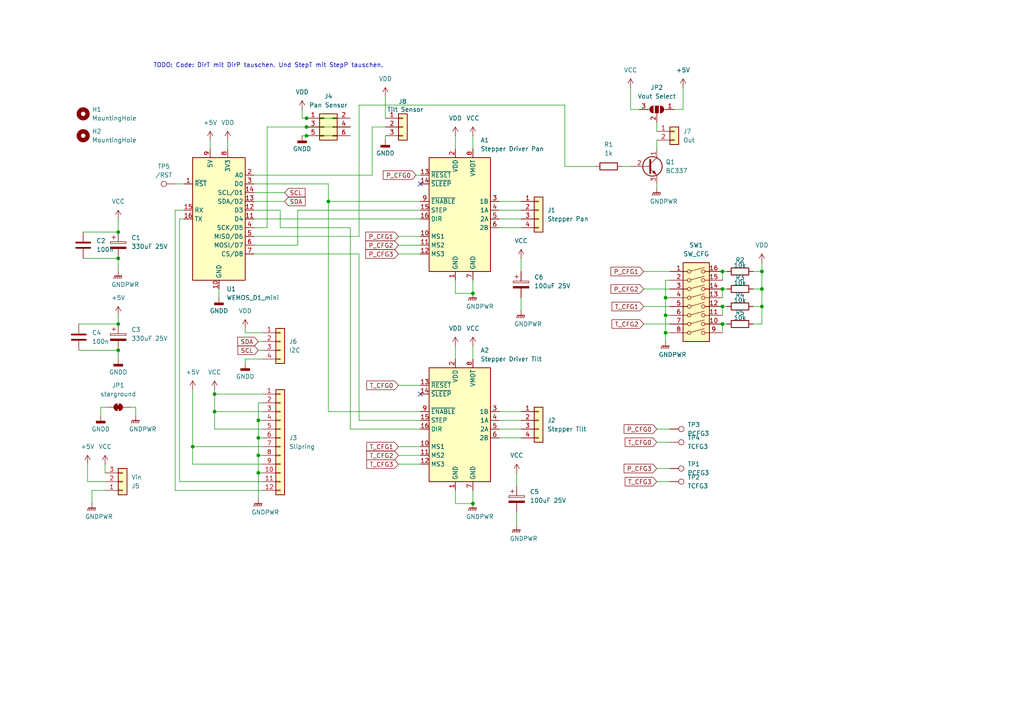
<source format=kicad_sch>
(kicad_sch (version 20231120) (generator "eeschema") (generator_version "8.0")
  (paper "A4")
  (lib_symbols
    (symbol "Connector:TestPoint" (pin_numbers hide) (pin_names (offset 0.762) hide)
      (property "Reference" "TP" (at 0 6.858 0))
      (property "Value" "TestPoint" (at 0 5.08 0))
      (symbol "TestPoint_0_1"
        (circle (center 0 3.302) (radius 0.762))
      )
      (symbol "TestPoint_1_1"
        (pin passive line (at 0 0 90) (length 2.54) (name "1") (number "1"))
      )
    )
    (symbol "Connector_Generic:Conn_01x02" (pin_names (offset 1.016) hide)
      (property "Reference" "J" (at 0 2.54 0))
      (property "Value" "Conn_01x02" (at 0 -5.08 0))
      (symbol "Conn_01x02_1_1"
        (rectangle (start -1.27 -2.413) (end 0 -2.667) (stroke (width 0.1524)))
        (rectangle (start -1.27 0.127) (end 0 -0.127) (stroke (width 0.1524)))
        (rectangle (start -1.27 1.27) (end 1.27 -3.81) (stroke (width 0.254)) (fill (type background)))
        (pin passive line (at -5.08 0 0) (length 3.81) (name "Pin_1") (number "1"))
        (pin passive line (at -5.08 -2.54 0) (length 3.81) (name "Pin_2") (number "2"))
      )
    )
    (symbol "Connector_Generic:Conn_01x03" (pin_names (offset 1.016) hide)
      (property "Reference" "J" (at 0 5.08 0))
      (property "Value" "Conn_01x03" (at 0 -5.08 0))
      (symbol "Conn_01x03_1_1"
        (rectangle (start -1.27 -2.413) (end 0 -2.667) (stroke (width 0.1524)))
        (rectangle (start -1.27 0.127) (end 0 -0.127) (stroke (width 0.1524)))
        (rectangle (start -1.27 2.667) (end 0 2.413) (stroke (width 0.1524)))
        (rectangle (start -1.27 3.81) (end 1.27 -3.81) (stroke (width 0.254)) (fill (type background)))
        (pin passive line (at -5.08 2.54 0) (length 3.81) (name "Pin_1") (number "1"))
        (pin passive line (at -5.08 0 0) (length 3.81) (name "Pin_2") (number "2"))
        (pin passive line (at -5.08 -2.54 0) (length 3.81) (name "Pin_3") (number "3"))
      )
    )
    (symbol "Connector_Generic:Conn_01x04" (pin_names (offset 1.016) hide)
      (property "Reference" "J" (at 0 5.08 0))
      (property "Value" "Conn_01x04" (at 0 -7.62 0))
      (symbol "Conn_01x04_1_1"
        (rectangle (start -1.27 -4.953) (end 0 -5.207) (stroke (width 0.1524)))
        (rectangle (start -1.27 -2.413) (end 0 -2.667) (stroke (width 0.1524)))
        (rectangle (start -1.27 0.127) (end 0 -0.127) (stroke (width 0.1524)))
        (rectangle (start -1.27 2.667) (end 0 2.413) (stroke (width 0.1524)))
        (rectangle (start -1.27 3.81) (end 1.27 -6.35) (stroke (width 0.254)) (fill (type background)))
        (pin passive line (at -5.08 2.54 0) (length 3.81) (name "Pin_1") (number "1"))
        (pin passive line (at -5.08 0 0) (length 3.81) (name "Pin_2") (number "2"))
        (pin passive line (at -5.08 -2.54 0) (length 3.81) (name "Pin_3") (number "3"))
        (pin passive line (at -5.08 -5.08 0) (length 3.81) (name "Pin_4") (number "4"))
      )
    )
    (symbol "Connector_Generic:Conn_01x12" (pin_names (offset 1.016) hide)
      (property "Reference" "J" (at 0 15.24 0))
      (property "Value" "Conn_01x12" (at 0 -17.78 0))
      (symbol "Conn_01x12_1_1"
        (rectangle (start -1.27 -15.113) (end 0 -15.367) (stroke (width 0.1524)))
        (rectangle (start -1.27 -12.573) (end 0 -12.827) (stroke (width 0.1524)))
        (rectangle (start -1.27 -10.033) (end 0 -10.287) (stroke (width 0.1524)))
        (rectangle (start -1.27 -7.493) (end 0 -7.747) (stroke (width 0.1524)))
        (rectangle (start -1.27 -4.953) (end 0 -5.207) (stroke (width 0.1524)))
        (rectangle (start -1.27 -2.413) (end 0 -2.667) (stroke (width 0.1524)))
        (rectangle (start -1.27 0.127) (end 0 -0.127) (stroke (width 0.1524)))
        (rectangle (start -1.27 2.667) (end 0 2.413) (stroke (width 0.1524)))
        (rectangle (start -1.27 5.207) (end 0 4.953) (stroke (width 0.1524)))
        (rectangle (start -1.27 7.747) (end 0 7.493) (stroke (width 0.1524)))
        (rectangle (start -1.27 10.287) (end 0 10.033) (stroke (width 0.1524)))
        (rectangle (start -1.27 12.827) (end 0 12.573) (stroke (width 0.1524)))
        (rectangle (start -1.27 13.97) (end 1.27 -16.51) (stroke (width 0.254)) (fill (type background)))
        (pin passive line (at -5.08 12.7 0) (length 3.81) (name "Pin_1") (number "1"))
        (pin passive line (at -5.08 -10.16 0) (length 3.81) (name "Pin_10") (number "10"))
        (pin passive line (at -5.08 -12.7 0) (length 3.81) (name "Pin_11") (number "11"))
        (pin passive line (at -5.08 -15.24 0) (length 3.81) (name "Pin_12") (number "12"))
        (pin passive line (at -5.08 10.16 0) (length 3.81) (name "Pin_2") (number "2"))
        (pin passive line (at -5.08 7.62 0) (length 3.81) (name "Pin_3") (number "3"))
        (pin passive line (at -5.08 5.08 0) (length 3.81) (name "Pin_4") (number "4"))
        (pin passive line (at -5.08 2.54 0) (length 3.81) (name "Pin_5") (number "5"))
        (pin passive line (at -5.08 0 0) (length 3.81) (name "Pin_6") (number "6"))
        (pin passive line (at -5.08 -2.54 0) (length 3.81) (name "Pin_7") (number "7"))
        (pin passive line (at -5.08 -5.08 0) (length 3.81) (name "Pin_8") (number "8"))
        (pin passive line (at -5.08 -7.62 0) (length 3.81) (name "Pin_9") (number "9"))
      )
    )
    (symbol "Connector_Generic:Conn_02x03_Odd_Even" (pin_names (offset 1.016) hide)
      (property "Reference" "J" (at 1.27 5.08 0))
      (property "Value" "Conn_02x03_Odd_Even" (at 1.27 -5.08 0))
      (symbol "Conn_02x03_Odd_Even_1_1"
        (rectangle (start -1.27 -2.413) (end 0 -2.667) (stroke (width 0.1524)))
        (rectangle (start -1.27 0.127) (end 0 -0.127) (stroke (width 0.1524)))
        (rectangle (start -1.27 2.667) (end 0 2.413) (stroke (width 0.1524)))
        (rectangle (start -1.27 3.81) (end 3.81 -3.81) (stroke (width 0.254)) (fill (type background)))
        (rectangle (start 3.81 -2.413) (end 2.54 -2.667) (stroke (width 0.1524)))
        (rectangle (start 3.81 0.127) (end 2.54 -0.127) (stroke (width 0.1524)))
        (rectangle (start 3.81 2.667) (end 2.54 2.413) (stroke (width 0.1524)))
        (pin passive line (at -5.08 2.54 0) (length 3.81) (name "Pin_1") (number "1"))
        (pin passive line (at 7.62 2.54 180) (length 3.81) (name "Pin_2") (number "2"))
        (pin passive line (at -5.08 0 0) (length 3.81) (name "Pin_3") (number "3"))
        (pin passive line (at 7.62 0 180) (length 3.81) (name "Pin_4") (number "4"))
        (pin passive line (at -5.08 -2.54 0) (length 3.81) (name "Pin_5") (number "5"))
        (pin passive line (at 7.62 -2.54 180) (length 3.81) (name "Pin_6") (number "6"))
      )
    )
    (symbol "Device:C" (pin_numbers hide) (pin_names (offset 0.254))
      (property "Reference" "C" (at 0.635 2.54 0))
      (property "Value" "C" (at 0.635 -2.54 0))
      (symbol "C_0_1"
        (polyline (pts (xy -2.032 -0.762) (xy 2.032 -0.762)) (stroke (width 0.508)))
        (polyline (pts (xy -2.032 0.762) (xy 2.032 0.762)) (stroke (width 0.508)))
      )
      (symbol "C_1_1"
        (pin passive line (at 0 3.81 270) (length 2.794) (name "~") (number "1"))
        (pin passive line (at 0 -3.81 90) (length 2.794) (name "~") (number "2"))
      )
    )
    (symbol "Device:C_Polarized" (pin_numbers hide) (pin_names (offset 0.254))
      (property "Reference" "C" (at 0.635 2.54 0))
      (property "Value" "C_Polarized" (at 0.635 -2.54 0))
      (symbol "C_Polarized_0_1"
        (rectangle (start -2.286 0.508) (end 2.286 1.016))
        (polyline (pts (xy -1.778 2.286) (xy -0.762 2.286)))
        (polyline (pts (xy -1.27 2.794) (xy -1.27 1.778)))
        (rectangle (start 2.286 -0.508) (end -2.286 -1.016) (fill (type outline)))
      )
      (symbol "C_Polarized_1_1"
        (pin passive line (at 0 3.81 270) (length 2.794) (name "~") (number "1"))
        (pin passive line (at 0 -3.81 90) (length 2.794) (name "~") (number "2"))
      )
    )
    (symbol "Device:R" (pin_numbers hide) (pin_names (offset 0))
      (property "Reference" "R" (at 2.032 0 90))
      (property "Value" "R" (at 0 0 90))
      (symbol "R_0_1"
        (rectangle (start -1.016 -2.54) (end 1.016 2.54) (stroke (width 0.254)))
      )
      (symbol "R_1_1"
        (pin passive line (at 0 3.81 270) (length 1.27) (name "~") (number "1"))
        (pin passive line (at 0 -3.81 90) (length 1.27) (name "~") (number "2"))
      )
    )
    (symbol "Driver_Motor:Pololu_Breakout_A4988"
      (property "Reference" "A" (at -2.54 19.05 0))
      (property "Value" "Pololu_Breakout_A4988" (at -2.54 16.51 0))
      (symbol "Pololu_Breakout_A4988_0_1"
        (rectangle (start 10.16 -17.78) (end -7.62 15.24) (stroke (width 0.254)) (fill (type background)))
      )
      (symbol "Pololu_Breakout_A4988_1_1"
        (pin power_in line (at 0 -20.32 90) (length 2.54) (name "GND") (number "1"))
        (pin input line (at -10.16 -7.62 0) (length 2.54) (name "MS1") (number "10"))
        (pin input line (at -10.16 -10.16 0) (length 2.54) (name "MS2") (number "11"))
        (pin input line (at -10.16 -12.7 0) (length 2.54) (name "MS3") (number "12"))
        (pin input line (at -10.16 10.16 0) (length 2.54) (name "~{RESET}") (number "13"))
        (pin input line (at -10.16 7.62 0) (length 2.54) (name "~{SLEEP}") (number "14"))
        (pin input line (at -10.16 0 0) (length 2.54) (name "STEP") (number "15"))
        (pin input line (at -10.16 -2.54 0) (length 2.54) (name "DIR") (number "16"))
        (pin power_in line (at 0 17.78 270) (length 2.54) (name "VDD") (number "2"))
        (pin output line (at 12.7 2.54 180) (length 2.54) (name "1B") (number "3"))
        (pin output line (at 12.7 0 180) (length 2.54) (name "1A") (number "4"))
        (pin output line (at 12.7 -2.54 180) (length 2.54) (name "2A") (number "5"))
        (pin output line (at 12.7 -5.08 180) (length 2.54) (name "2B") (number "6"))
        (pin power_in line (at 5.08 -20.32 90) (length 2.54) (name "GND") (number "7"))
        (pin power_in line (at 5.08 17.78 270) (length 2.54) (name "VMOT") (number "8"))
        (pin input line (at -10.16 2.54 0) (length 2.54) (name "~{ENABLE}") (number "9"))
      )
    )
    (symbol "Jumper:SolderJumper_2_Bridged" (pin_numbers hide) (pin_names (offset 0) hide) (exclude_from_sim yes) (in_bom no)
      (property "Reference" "JP" (at 0 2.032 0))
      (property "Value" "SolderJumper_2_Bridged" (at 0 -2.54 0))
      (symbol "SolderJumper_2_Bridged_0_1"
        (rectangle (start -0.508 0.508) (end 0.508 -0.508) (fill (type outline)))
        (arc (start -0.254 1.016) (mid -1.2656 0) (end -0.254 -1.016))
        (arc (start -0.254 1.016) (mid -1.2656 0) (end -0.254 -1.016) (fill (type outline)))
        (polyline (pts (xy -0.254 1.016) (xy -0.254 -1.016)))
        (polyline (pts (xy 0.254 1.016) (xy 0.254 -1.016)))
        (arc (start 0.254 -1.016) (mid 1.2656 0) (end 0.254 1.016))
        (arc (start 0.254 -1.016) (mid 1.2656 0) (end 0.254 1.016) (fill (type outline)))
      )
      (symbol "SolderJumper_2_Bridged_1_1"
        (pin passive line (at -3.81 0 0) (length 2.54) (name "A") (number "1"))
        (pin passive line (at 3.81 0 180) (length 2.54) (name "B") (number "2"))
      )
    )
    (symbol "Jumper:SolderJumper_3_Open" (pin_names (offset 0) hide) (exclude_from_sim yes) (in_bom no)
      (property "Reference" "JP" (at -2.54 -2.54 0))
      (property "Value" "SolderJumper_3_Open" (at 0 2.794 0))
      (symbol "SolderJumper_3_Open_0_1"
        (arc (start -1.016 1.016) (mid -2.0276 0) (end -1.016 -1.016))
        (arc (start -1.016 1.016) (mid -2.0276 0) (end -1.016 -1.016) (fill (type outline)))
        (rectangle (start -0.508 1.016) (end 0.508 -1.016) (fill (type outline)))
        (polyline (pts (xy -2.54 0) (xy -2.032 0)))
        (polyline (pts (xy -1.016 1.016) (xy -1.016 -1.016)))
        (polyline (pts (xy 0 -1.27) (xy 0 -1.016)))
        (polyline (pts (xy 1.016 1.016) (xy 1.016 -1.016)))
        (polyline (pts (xy 2.54 0) (xy 2.032 0)))
        (arc (start 1.016 -1.016) (mid 2.0276 0) (end 1.016 1.016))
        (arc (start 1.016 -1.016) (mid 2.0276 0) (end 1.016 1.016) (fill (type outline)))
      )
      (symbol "SolderJumper_3_Open_1_1"
        (pin passive line (at -5.08 0 0) (length 2.54) (name "A") (number "1"))
        (pin passive line (at 0 -3.81 90) (length 2.54) (name "C") (number "2"))
        (pin passive line (at 5.08 0 180) (length 2.54) (name "B") (number "3"))
      )
    )
    (symbol "Mechanical:MountingHole" (pin_names (offset 1.016)) (exclude_from_sim yes) (in_bom no)
      (property "Reference" "H" (at 0 5.08 0))
      (property "Value" "MountingHole" (at 0 3.175 0))
      (symbol "MountingHole_0_1"
        (circle (center 0 0) (radius 1.27) (stroke (width 1.27)))
      )
    )
    (symbol "RF_Module:WEMOS_D1_mini"
      (property "Reference" "U" (at 3.81 19.05 0))
      (property "Value" "WEMOS_D1_mini" (at 1.27 -19.05 0))
      (symbol "WEMOS_D1_mini_1_1"
        (rectangle (start -7.62 17.78) (end 7.62 -17.78) (stroke (width 0.254)) (fill (type background)))
        (pin input line (at -10.16 10.16 0) (length 2.54) (name "~{RST}") (number "1"))
        (pin power_in line (at 0 -20.32 90) (length 2.54) (name "GND") (number "10"))
        (pin bidirectional line (at 10.16 0 180) (length 2.54) (name "D4") (number "11"))
        (pin bidirectional line (at 10.16 2.54 180) (length 2.54) (name "D3") (number "12"))
        (pin bidirectional line (at 10.16 5.08 180) (length 2.54) (name "SDA/D2") (number "13"))
        (pin bidirectional line (at 10.16 7.62 180) (length 2.54) (name "SCL/D1") (number "14"))
        (pin input line (at -10.16 2.54 0) (length 2.54) (name "RX") (number "15"))
        (pin output line (at -10.16 0 0) (length 2.54) (name "TX") (number "16"))
        (pin input line (at 10.16 12.7 180) (length 2.54) (name "A0") (number "2"))
        (pin bidirectional line (at 10.16 10.16 180) (length 2.54) (name "D0") (number "3"))
        (pin bidirectional line (at 10.16 -2.54 180) (length 2.54) (name "SCK/D5") (number "4"))
        (pin bidirectional line (at 10.16 -5.08 180) (length 2.54) (name "MISO/D6") (number "5"))
        (pin bidirectional line (at 10.16 -7.62 180) (length 2.54) (name "MOSI/D7") (number "6"))
        (pin bidirectional line (at 10.16 -10.16 180) (length 2.54) (name "CS/D8") (number "7"))
        (pin power_out line (at 2.54 20.32 270) (length 2.54) (name "3V3") (number "8"))
        (pin power_in line (at -2.54 20.32 270) (length 2.54) (name "5V") (number "9"))
      )
    )
    (symbol "Switch:SW_DIP_x08" (pin_names (offset 0) hide)
      (property "Reference" "SW" (at 0 13.97 0))
      (property "Value" "SW_DIP_x08" (at 0 -11.43 0))
      (symbol "SW_DIP_x08_0_0"
        (circle (center -2.032 -7.62) (radius 0.508))
        (circle (center -2.032 -5.08) (radius 0.508))
        (circle (center -2.032 -2.54) (radius 0.508))
        (circle (center -2.032 0) (radius 0.508))
        (circle (center -2.032 2.54) (radius 0.508))
        (circle (center -2.032 5.08) (radius 0.508))
        (circle (center -2.032 7.62) (radius 0.508))
        (circle (center -2.032 10.16) (radius 0.508))
        (polyline (pts (xy -1.524 -7.4676) (xy 2.3622 -6.4262)))
        (polyline (pts (xy -1.524 -4.9276) (xy 2.3622 -3.8862)))
        (polyline (pts (xy -1.524 -2.3876) (xy 2.3622 -1.3462)))
        (polyline (pts (xy -1.524 0.127) (xy 2.3622 1.1684)))
        (polyline (pts (xy -1.524 2.667) (xy 2.3622 3.7084)))
        (polyline (pts (xy -1.524 5.207) (xy 2.3622 6.2484)))
        (polyline (pts (xy -1.524 7.747) (xy 2.3622 8.7884)))
        (polyline (pts (xy -1.524 10.287) (xy 2.3622 11.3284)))
        (circle (center 2.032 -7.62) (radius 0.508))
        (circle (center 2.032 -5.08) (radius 0.508))
        (circle (center 2.032 -2.54) (radius 0.508))
        (circle (center 2.032 0) (radius 0.508))
        (circle (center 2.032 2.54) (radius 0.508))
        (circle (center 2.032 5.08) (radius 0.508))
        (circle (center 2.032 7.62) (radius 0.508))
        (circle (center 2.032 10.16) (radius 0.508))
      )
      (symbol "SW_DIP_x08_0_1"
        (rectangle (start -3.81 12.7) (end 3.81 -10.16) (stroke (width 0.254)) (fill (type background)))
      )
      (symbol "SW_DIP_x08_1_1"
        (pin passive line (at -7.62 10.16 0) (length 5.08) (name "~") (number "1"))
        (pin passive line (at 7.62 -5.08 180) (length 5.08) (name "~") (number "10"))
        (pin passive line (at 7.62 -2.54 180) (length 5.08) (name "~") (number "11"))
        (pin passive line (at 7.62 0 180) (length 5.08) (name "~") (number "12"))
        (pin passive line (at 7.62 2.54 180) (length 5.08) (name "~") (number "13"))
        (pin passive line (at 7.62 5.08 180) (length 5.08) (name "~") (number "14"))
        (pin passive line (at 7.62 7.62 180) (length 5.08) (name "~") (number "15"))
        (pin passive line (at 7.62 10.16 180) (length 5.08) (name "~") (number "16"))
        (pin passive line (at -7.62 7.62 0) (length 5.08) (name "~") (number "2"))
        (pin passive line (at -7.62 5.08 0) (length 5.08) (name "~") (number "3"))
        (pin passive line (at -7.62 2.54 0) (length 5.08) (name "~") (number "4"))
        (pin passive line (at -7.62 0 0) (length 5.08) (name "~") (number "5"))
        (pin passive line (at -7.62 -2.54 0) (length 5.08) (name "~") (number "6"))
        (pin passive line (at -7.62 -5.08 0) (length 5.08) (name "~") (number "7"))
        (pin passive line (at -7.62 -7.62 0) (length 5.08) (name "~") (number "8"))
        (pin passive line (at 7.62 -7.62 180) (length 5.08) (name "~") (number "9"))
      )
    )
    (symbol "Transistor_BJT:BC337" (pin_names (offset 0) hide)
      (property "Reference" "Q" (at 5.08 1.905 0))
      (property "Value" "BC337" (at 5.08 0 0))
      (symbol "BC337_0_1"
        (polyline (pts (xy 0 0) (xy 0.635 0)))
        (polyline (pts (xy 0.635 0.635) (xy 2.54 2.54)))
        (polyline (pts (xy 0.635 -0.635) (xy 2.54 -2.54) (xy 2.54 -2.54)))
        (polyline (pts (xy 0.635 1.905) (xy 0.635 -1.905) (xy 0.635 -1.905)) (stroke (width 0.508)))
        (polyline (pts (xy 1.27 -1.778) (xy 1.778 -1.27) (xy 2.286 -2.286) (xy 1.27 -1.778) (xy 1.27 -1.778)) (fill (type outline)))
        (circle (center 1.27 0) (radius 2.8194) (stroke (width 0.254)))
      )
      (symbol "BC337_1_1"
        (pin passive line (at 2.54 5.08 270) (length 2.54) (name "C") (number "1"))
        (pin input line (at -5.08 0 0) (length 5.08) (name "B") (number "2"))
        (pin passive line (at 2.54 -5.08 90) (length 2.54) (name "E") (number "3"))
      )
    )
    (symbol "power:+5V" (power) (pin_numbers hide) (pin_names (offset 0) hide)
      (property "Value" "+5V" (at 0 3.556 0))
      (symbol "+5V_0_1"
        (polyline (pts (xy -0.762 1.27) (xy 0 2.54)))
        (polyline (pts (xy 0 0) (xy 0 2.54)))
        (polyline (pts (xy 0 2.54) (xy 0.762 1.27)))
      )
      (symbol "+5V_1_1"
        (pin power_in line (at 0 0 90) (length 0) (name "~") (number "1"))
      )
    )
    (symbol "power:GNDD" (power) (pin_numbers hide) (pin_names (offset 0) hide)
      (property "Value" "GNDD" (at 0 -3.175 0))
      (symbol "GNDD_0_1"
        (rectangle (start -1.27 -1.524) (end 1.27 -2.032) (stroke (width 0.254)) (fill (type outline)))
        (polyline (pts (xy 0 0) (xy 0 -1.524)))
      )
      (symbol "GNDD_1_1"
        (pin power_in line (at 0 0 270) (length 0) (name "~") (number "1"))
      )
    )
    (symbol "power:GNDPWR" (power) (pin_numbers hide) (pin_names (offset 0) hide)
      (property "Value" "GNDPWR" (at 0 -3.302 0))
      (symbol "GNDPWR_0_1"
        (polyline (pts (xy 0 -1.27) (xy 0 0)))
        (polyline (pts (xy -1.016 -1.27) (xy -1.27 -2.032) (xy -1.27 -2.032)) (stroke (width 0.2032)))
        (polyline (pts (xy -0.508 -1.27) (xy -0.762 -2.032) (xy -0.762 -2.032)) (stroke (width 0.2032)))
        (polyline (pts (xy 0 -1.27) (xy -0.254 -2.032) (xy -0.254 -2.032)) (stroke (width 0.2032)))
        (polyline (pts (xy 0.508 -1.27) (xy 0.254 -2.032) (xy 0.254 -2.032)) (stroke (width 0.2032)))
        (polyline (pts (xy 1.016 -1.27) (xy -1.016 -1.27) (xy -1.016 -1.27)) (stroke (width 0.2032)))
        (polyline (pts (xy 1.016 -1.27) (xy 0.762 -2.032) (xy 0.762 -2.032) (xy 0.762 -2.032)) (stroke (width 0.2032)))
      )
      (symbol "GNDPWR_1_1"
        (pin power_in line (at 0 0 270) (length 0) (name "~") (number "1"))
      )
    )
    (symbol "power:VCC" (power) (pin_numbers hide) (pin_names (offset 0) hide)
      (property "Value" "VCC" (at 0 3.556 0))
      (symbol "VCC_0_1"
        (polyline (pts (xy -0.762 1.27) (xy 0 2.54)))
        (polyline (pts (xy 0 0) (xy 0 2.54)))
        (polyline (pts (xy 0 2.54) (xy 0.762 1.27)))
      )
      (symbol "VCC_1_1"
        (pin power_in line (at 0 0 90) (length 0) (name "~") (number "1"))
      )
    )
    (symbol "power:VDD" (power) (pin_numbers hide) (pin_names (offset 0) hide)
      (property "Value" "VDD" (at 0 3.556 0))
      (symbol "VDD_0_1"
        (polyline (pts (xy -0.762 1.27) (xy 0 2.54)))
        (polyline (pts (xy 0 0) (xy 0 2.54)))
        (polyline (pts (xy 0 2.54) (xy 0.762 1.27)))
      )
      (symbol "VDD_1_1"
        (pin power_in line (at 0 0 90) (length 0) (name "~") (number "1"))
      )
    )
  )
  (junction (at 62.23 119.38))
  (junction (at 34.29 67.31))
  (junction (at 34.29 93.98))
  (junction (at 193.04 86.36))
  (junction (at 88.9 34.29))
  (junction (at 209.55 88.9))
  (junction (at 74.93 121.92))
  (junction (at 74.93 127))
  (junction (at 55.88 129.54))
  (junction (at 220.98 88.9))
  (junction (at 209.55 93.98))
  (junction (at 95.25 58.42))
  (junction (at 62.23 114.3))
  (junction (at 209.55 78.74))
  (junction (at 88.9 36.83))
  (junction (at 74.93 137.16))
  (junction (at 137.16 85.09))
  (junction (at 220.98 78.74))
  (junction (at 74.93 132.08))
  (junction (at 88.9 39.37))
  (junction (at 193.04 96.52))
  (junction (at 137.16 146.05))
  (junction (at 209.55 83.82))
  (junction (at 220.98 83.82))
  (junction (at 34.29 101.6))
  (junction (at 34.29 74.93))
  (junction (at 193.04 91.44))
  (no_connect (at 121.92 53.34))
  (no_connect (at 121.92 114.3))
  (wire (pts (xy 132.08 100.33) (xy 132.08 104.14)))
  (wire (pts (xy 62.23 113.03) (xy 62.23 114.3)))
  (wire (pts (xy 209.55 78.74) (xy 210.82 78.74)))
  (wire (pts (xy 115.57 111.76) (xy 121.92 111.76)))
  (wire (pts (xy 190.5 53.34) (xy 190.5 54.61)))
  (wire (pts (xy 74.93 116.84) (xy 74.93 121.92)))
  (wire (pts (xy 73.66 71.12) (xy 86.36 71.12)))
  (wire (pts (xy 121.92 60.96) (xy 86.36 60.96)))
  (wire (pts (xy 115.57 129.54) (xy 121.92 129.54)))
  (wire (pts (xy 144.78 119.38) (xy 151.13 119.38)))
  (wire (pts (xy 144.78 60.96) (xy 151.13 60.96)))
  (wire (pts (xy 190.5 35.56) (xy 190.5 38.1)))
  (wire (pts (xy 137.16 100.33) (xy 137.16 104.14)))
  (wire (pts (xy 77.47 66.04) (xy 77.47 36.83)))
  (wire (pts (xy 186.69 93.98) (xy 194.31 93.98)))
  (wire (pts (xy 73.66 73.66) (xy 104.14 73.66)))
  (wire (pts (xy 193.04 86.36) (xy 194.31 86.36)))
  (wire (pts (xy 132.08 81.28) (xy 132.08 85.09)))
  (wire (pts (xy 218.44 88.9) (xy 220.98 88.9)))
  (wire (pts (xy 29.21 118.11) (xy 30.48 118.11)))
  (wire (pts (xy 115.57 73.66) (xy 121.92 73.66)))
  (wire (pts (xy 74.93 137.16) (xy 76.2 137.16)))
  (wire (pts (xy 74.93 101.6) (xy 76.2 101.6)))
  (wire (pts (xy 104.14 30.48) (xy 104.14 68.58)))
  (wire (pts (xy 137.16 142.24) (xy 137.16 146.05)))
  (wire (pts (xy 24.13 74.93) (xy 34.29 74.93)))
  (wire (pts (xy 144.78 66.04) (xy 151.13 66.04)))
  (wire (pts (xy 76.2 96.52) (xy 71.12 96.52)))
  (wire (pts (xy 73.66 53.34) (xy 95.25 53.34)))
  (wire (pts (xy 209.55 93.98) (xy 210.82 93.98)))
  (wire (pts (xy 190.5 40.64) (xy 190.5 43.18)))
  (wire (pts (xy 144.78 127) (xy 151.13 127)))
  (wire (pts (xy 81.28 60.96) (xy 73.66 60.96)))
  (wire (pts (xy 74.93 132.08) (xy 76.2 132.08)))
  (wire (pts (xy 209.55 88.9) (xy 210.82 88.9)))
  (wire (pts (xy 52.07 63.5) (xy 52.07 139.7)))
  (wire (pts (xy 25.4 139.7) (xy 25.4 134.62)))
  (wire (pts (xy 88.9 39.37) (xy 101.6 39.37)))
  (wire (pts (xy 186.69 78.74) (xy 194.31 78.74)))
  (wire (pts (xy 209.55 93.98) (xy 209.55 96.52)))
  (wire (pts (xy 107.95 36.83) (xy 107.95 50.8)))
  (wire (pts (xy 76.2 116.84) (xy 74.93 116.84)))
  (wire (pts (xy 195.58 31.75) (xy 198.12 31.75)))
  (wire (pts (xy 62.23 114.3) (xy 76.2 114.3)))
  (wire (pts (xy 101.6 124.46) (xy 101.6 66.04)))
  (wire (pts (xy 104.14 68.58) (xy 73.66 68.58)))
  (wire (pts (xy 132.08 146.05) (xy 137.16 146.05)))
  (wire (pts (xy 137.16 81.28) (xy 137.16 85.09)))
  (wire (pts (xy 193.04 91.44) (xy 193.04 86.36)))
  (wire (pts (xy 95.25 58.42) (xy 121.92 58.42)))
  (wire (pts (xy 30.48 134.62) (xy 30.48 137.16)))
  (wire (pts (xy 193.04 99.06) (xy 193.04 96.52)))
  (wire (pts (xy 55.88 113.03) (xy 55.88 129.54)))
  (wire (pts (xy 218.44 83.82) (xy 220.98 83.82)))
  (wire (pts (xy 87.63 34.29) (xy 88.9 34.29)))
  (wire (pts (xy 34.29 91.44) (xy 34.29 93.98)))
  (wire (pts (xy 53.34 63.5) (xy 52.07 63.5)))
  (wire (pts (xy 144.78 121.92) (xy 151.13 121.92)))
  (wire (pts (xy 163.83 30.48) (xy 104.14 30.48)))
  (wire (pts (xy 209.55 78.74) (xy 209.55 81.28)))
  (wire (pts (xy 95.25 53.34) (xy 95.25 58.42)))
  (wire (pts (xy 50.8 53.34) (xy 53.34 53.34)))
  (wire (pts (xy 71.12 96.52) (xy 71.12 95.25)))
  (wire (pts (xy 74.93 132.08) (xy 74.93 137.16)))
  (wire (pts (xy 198.12 31.75) (xy 198.12 25.4)))
  (wire (pts (xy 76.2 104.14) (xy 71.12 104.14)))
  (wire (pts (xy 190.5 124.46) (xy 194.31 124.46)))
  (wire (pts (xy 87.63 31.75) (xy 87.63 34.29)))
  (wire (pts (xy 132.08 142.24) (xy 132.08 146.05)))
  (wire (pts (xy 115.57 71.12) (xy 121.92 71.12)))
  (wire (pts (xy 30.48 139.7) (xy 25.4 139.7)))
  (wire (pts (xy 39.37 118.11) (xy 39.37 120.65)))
  (wire (pts (xy 74.93 99.06) (xy 76.2 99.06)))
  (wire (pts (xy 111.76 39.37) (xy 111.76 40.64)))
  (wire (pts (xy 151.13 74.93) (xy 151.13 78.74)))
  (wire (pts (xy 55.88 129.54) (xy 76.2 129.54)))
  (wire (pts (xy 34.29 101.6) (xy 34.29 104.14)))
  (wire (pts (xy 86.36 71.12) (xy 86.36 60.96)))
  (wire (pts (xy 34.29 74.93) (xy 34.29 78.74)))
  (wire (pts (xy 132.08 39.37) (xy 132.08 43.18)))
  (wire (pts (xy 193.04 91.44) (xy 194.31 91.44)))
  (wire (pts (xy 76.2 124.46) (xy 62.23 124.46)))
  (wire (pts (xy 193.04 96.52) (xy 193.04 91.44)))
  (wire (pts (xy 121.92 124.46) (xy 101.6 124.46)))
  (wire (pts (xy 71.12 104.14) (xy 71.12 105.41)))
  (wire (pts (xy 55.88 134.62) (xy 76.2 134.62)))
  (wire (pts (xy 24.13 67.31) (xy 34.29 67.31)))
  (wire (pts (xy 172.72 48.26) (xy 163.83 48.26)))
  (wire (pts (xy 38.1 118.11) (xy 39.37 118.11)))
  (wire (pts (xy 137.16 39.37) (xy 137.16 43.18)))
  (wire (pts (xy 104.14 73.66) (xy 104.14 121.92)))
  (wire (pts (xy 29.21 120.65) (xy 29.21 118.11)))
  (wire (pts (xy 104.14 121.92) (xy 121.92 121.92)))
  (wire (pts (xy 87.63 39.37) (xy 88.9 39.37)))
  (wire (pts (xy 95.25 119.38) (xy 95.25 58.42)))
  (wire (pts (xy 220.98 76.2) (xy 220.98 78.74)))
  (wire (pts (xy 73.66 58.42) (xy 82.55 58.42)))
  (wire (pts (xy 151.13 86.36) (xy 151.13 90.17)))
  (wire (pts (xy 111.76 36.83) (xy 107.95 36.83)))
  (wire (pts (xy 209.55 83.82) (xy 210.82 83.82)))
  (wire (pts (xy 50.8 60.96) (xy 53.34 60.96)))
  (wire (pts (xy 209.55 88.9) (xy 209.55 91.44)))
  (wire (pts (xy 149.86 148.59) (xy 149.86 152.4)))
  (wire (pts (xy 220.98 78.74) (xy 220.98 83.82)))
  (wire (pts (xy 115.57 134.62) (xy 121.92 134.62)))
  (wire (pts (xy 186.69 83.82) (xy 194.31 83.82)))
  (wire (pts (xy 190.5 128.27) (xy 194.31 128.27)))
  (wire (pts (xy 163.83 48.26) (xy 163.83 30.48)))
  (wire (pts (xy 66.04 40.64) (xy 66.04 43.18)))
  (wire (pts (xy 30.48 142.24) (xy 26.67 142.24)))
  (wire (pts (xy 74.93 121.92) (xy 76.2 121.92)))
  (wire (pts (xy 88.9 36.83) (xy 101.6 36.83)))
  (wire (pts (xy 144.78 63.5) (xy 151.13 63.5)))
  (wire (pts (xy 81.28 66.04) (xy 81.28 60.96)))
  (wire (pts (xy 193.04 81.28) (xy 194.31 81.28)))
  (wire (pts (xy 95.25 119.38) (xy 121.92 119.38)))
  (wire (pts (xy 55.88 129.54) (xy 55.88 134.62)))
  (wire (pts (xy 52.07 139.7) (xy 76.2 139.7)))
  (wire (pts (xy 62.23 124.46) (xy 62.23 119.38)))
  (wire (pts (xy 120.65 50.8) (xy 121.92 50.8)))
  (wire (pts (xy 209.55 83.82) (xy 209.55 86.36)))
  (wire (pts (xy 63.5 83.82) (xy 63.5 86.36)))
  (wire (pts (xy 180.34 48.26) (xy 182.88 48.26)))
  (wire (pts (xy 182.88 31.75) (xy 185.42 31.75)))
  (wire (pts (xy 220.98 88.9) (xy 220.98 93.98)))
  (wire (pts (xy 74.93 137.16) (xy 74.93 144.78)))
  (wire (pts (xy 50.8 142.24) (xy 50.8 60.96)))
  (wire (pts (xy 73.66 55.88) (xy 82.55 55.88)))
  (wire (pts (xy 22.86 101.6) (xy 34.29 101.6)))
  (wire (pts (xy 74.93 127) (xy 74.93 132.08)))
  (wire (pts (xy 186.69 88.9) (xy 194.31 88.9)))
  (wire (pts (xy 62.23 119.38) (xy 62.23 114.3)))
  (wire (pts (xy 193.04 96.52) (xy 194.31 96.52)))
  (wire (pts (xy 34.29 63.5) (xy 34.29 67.31)))
  (wire (pts (xy 220.98 83.82) (xy 220.98 88.9)))
  (wire (pts (xy 77.47 36.83) (xy 88.9 36.83)))
  (wire (pts (xy 190.5 135.89) (xy 194.31 135.89)))
  (wire (pts (xy 115.57 68.58) (xy 121.92 68.58)))
  (wire (pts (xy 220.98 93.98) (xy 218.44 93.98)))
  (wire (pts (xy 149.86 137.16) (xy 149.86 140.97)))
  (wire (pts (xy 74.93 127) (xy 76.2 127)))
  (wire (pts (xy 73.66 50.8) (xy 107.95 50.8)))
  (wire (pts (xy 144.78 58.42) (xy 151.13 58.42)))
  (wire (pts (xy 88.9 34.29) (xy 101.6 34.29)))
  (wire (pts (xy 60.96 40.64) (xy 60.96 43.18)))
  (wire (pts (xy 62.23 119.38) (xy 76.2 119.38)))
  (wire (pts (xy 111.76 27.94) (xy 111.76 34.29)))
  (wire (pts (xy 76.2 142.24) (xy 50.8 142.24)))
  (wire (pts (xy 74.93 121.92) (xy 74.93 127)))
  (wire (pts (xy 190.5 139.7) (xy 194.31 139.7)))
  (wire (pts (xy 193.04 86.36) (xy 193.04 81.28)))
  (wire (pts (xy 73.66 63.5) (xy 121.92 63.5)))
  (wire (pts (xy 132.08 85.09) (xy 137.16 85.09)))
  (wire (pts (xy 22.86 93.98) (xy 34.29 93.98)))
  (wire (pts (xy 115.57 132.08) (xy 121.92 132.08)))
  (wire (pts (xy 26.67 142.24) (xy 26.67 146.05)))
  (wire (pts (xy 182.88 25.4) (xy 182.88 31.75)))
  (wire (pts (xy 144.78 124.46) (xy 151.13 124.46)))
  (wire (pts (xy 73.66 66.04) (xy 77.47 66.04)))
  (wire (pts (xy 218.44 78.74) (xy 220.98 78.74)))
  (wire (pts (xy 101.6 66.04) (xy 81.28 66.04)))
  (text "TODO: Code: DirT mit DirP tauschen. Und StepT mit StepP tauschen." (at 44.45 19.05 0) (effects (font (size 1.27 1.27)) (justify left)))
  (global_label "P_CFG3" (shape input) (at 190.5 135.89 180) (property "Intersheetrefs" "${INTERSHEET_REFS}" (effects (hide yes))))
  (global_label "P_CFG1" (shape input) (at 115.57 68.58 180) (property "Intersheetrefs" "${INTERSHEET_REFS}" (effects (hide yes))))
  (global_label "P_CFG3" (shape input) (at 115.57 73.66 180) (property "Intersheetrefs" "${INTERSHEET_REFS}" (effects (hide yes))))
  (global_label "T_CFG2" (shape input) (at 186.69 93.98 180) (property "Intersheetrefs" "${INTERSHEET_REFS}" (effects (hide yes))))
  (global_label "SCL" (shape input) (at 74.93 101.6 180) (property "Intersheetrefs" "${INTERSHEET_REFS}" (effects (hide yes))))
  (global_label "T_CFG2" (shape input) (at 115.57 132.08 180) (property "Intersheetrefs" "${INTERSHEET_REFS}" (effects (hide yes))))
  (global_label "P_CFG0" (shape input) (at 190.5 124.46 180) (property "Intersheetrefs" "${INTERSHEET_REFS}" (effects (hide yes))))
  (global_label "T_CFG0" (shape input) (at 115.57 111.76 180) (property "Intersheetrefs" "${INTERSHEET_REFS}" (effects (hide yes))))
  (global_label "T_CFG1" (shape input) (at 186.69 88.9 180) (property "Intersheetrefs" "${INTERSHEET_REFS}" (effects (hide yes))))
  (global_label "T_CFG0" (shape input) (at 190.5 128.27 180) (property "Intersheetrefs" "${INTERSHEET_REFS}" (effects (hide yes))))
  (global_label "SCL" (shape input) (at 82.55 55.88 0) (property "Intersheetrefs" "${INTERSHEET_REFS}" (effects (hide yes))))
  (global_label "P_CFG1" (shape input) (at 186.69 78.74 180) (property "Intersheetrefs" "${INTERSHEET_REFS}" (effects (hide yes))))
  (global_label "T_CFG3" (shape input) (at 115.57 134.62 180) (property "Intersheetrefs" "${INTERSHEET_REFS}" (effects (hide yes))))
  (global_label "T_CFG1" (shape input) (at 115.57 129.54 180) (property "Intersheetrefs" "${INTERSHEET_REFS}" (effects (hide yes))))
  (global_label "T_CFG3" (shape input) (at 190.5 139.7 180) (property "Intersheetrefs" "${INTERSHEET_REFS}" (effects (hide yes))))
  (global_label "P_CFG2" (shape input) (at 115.57 71.12 180) (property "Intersheetrefs" "${INTERSHEET_REFS}" (effects (hide yes))))
  (global_label "P_CFG0" (shape input) (at 120.65 50.8 180) (property "Intersheetrefs" "${INTERSHEET_REFS}" (effects (hide yes))))
  (global_label "SDA" (shape input) (at 82.55 58.42 0) (property "Intersheetrefs" "${INTERSHEET_REFS}" (effects (hide yes))))
  (global_label "SDA" (shape input) (at 74.93 99.06 180) (property "Intersheetrefs" "${INTERSHEET_REFS}" (effects (hide yes))))
  (global_label "P_CFG2" (shape input) (at 186.69 83.82 180) (property "Intersheetrefs" "${INTERSHEET_REFS}" (effects (hide yes))))
  (symbol (lib_id "Device:R") (at 214.63 88.9 90) (unit 1)
    (property "Reference" "R4" (at 214.63 85.598 90))
    (property "Value" "10k" (at 214.63 87.122 90))
    (property "Footprint" "Resistor_SMD:R_0805_2012Metric_Pad1.20x1.40mm_HandSolder" (effects (hide yes)))
    (property "Description" "Resistor" (effects (hide yes)))
  )
  (symbol (lib_id "power:VDD") (at 132.08 39.37 0) (unit 1)
    (property "Reference" "#PWR06" (effects (hide yes)))
    (property "Value" "VDD" (at 132.08 34.29 0))
    (property "Description" "Power symbol creates a global label with name \"VDD\"" (effects (hide yes)))
  )
  (symbol (lib_id "power:VCC") (at 151.13 74.93 0) (unit 1)
    (property "Reference" "#PWR035" (effects (hide yes)))
    (property "Value" "VCC" (at 151.13 69.85 0))
    (property "Description" "Power symbol creates a global label with name \"VCC\"" (effects (hide yes)))
  )
  (symbol (lib_id "power:GNDPWR") (at 193.04 99.06 0) (unit 1)
    (property "Reference" "#PWR027" (effects (hide yes)))
    (property "Value" "GNDPWR" (at 195.072 102.87 0))
    (property "Description" "Power symbol creates a global label with name \"GNDPWR\" , global ground" (effects (hide yes)))
  )
  (symbol (lib_id "power:GNDPWR") (at 137.16 146.05 0) (unit 1)
    (property "Reference" "#PWR010" (effects (hide yes)))
    (property "Value" "GNDPWR" (at 139.192 149.86 0))
    (property "Description" "Power symbol creates a global label with name \"GNDPWR\" , global ground" (effects (hide yes)))
  )
  (symbol (lib_id "power:GNDD") (at 111.76 40.64 0) (unit 1)
    (property "Reference" "#PWR025" (effects (hide yes)))
    (property "Value" "GNDD" (at 111.76 44.45 0))
    (property "Description" "Power symbol creates a global label with name \"GNDD\" , digital ground" (effects (hide yes)))
  )
  (symbol (lib_id "power:VDD") (at 66.04 40.64 0) (unit 1)
    (property "Reference" "#PWR05" (effects (hide yes)))
    (property "Value" "VDD" (at 66.04 35.56 0))
    (property "Description" "Power symbol creates a global label with name \"VDD\"" (effects (hide yes)))
  )
  (symbol (lib_id "power:VCC") (at 149.86 137.16 0) (unit 1)
    (property "Reference" "#PWR033" (effects (hide yes)))
    (property "Value" "VCC" (at 149.86 132.08 0))
    (property "Description" "Power symbol creates a global label with name \"VCC\"" (effects (hide yes)))
  )
  (symbol (lib_id "Connector_Generic:Conn_01x04") (at 156.21 121.92 0) (unit 1)
    (property "Reference" "J2" (at 158.75 121.9199 0) (effects (justify left)))
    (property "Value" "Stepper Tilt" (at 158.75 124.4599 0) (effects (justify left)))
    (property "Footprint" "Connector_Molex:Molex_PicoBlade_53261-0471_1x04-1MP_P1.25mm_Horizontal" (effects (hide yes)))
    (property "Description" "Generic connector, single row, 01x04, script generated (kicad-library-utils/schlib/autogen/connector/)" (effects (hide yes)))
  )
  (symbol (lib_id "Device:C_Polarized") (at 34.29 71.12 0) (unit 1)
    (property "Reference" "C1" (at 38.1 68.9609 0) (effects (justify left)))
    (property "Value" "330uF 25V" (at 38.1 71.5009 0) (effects (justify left)))
    (property "Footprint" "Capacitor_SMD:CP_Elec_6.3x7.7" (effects (hide yes)))
    (property "Description" "Polarized capacitor" (effects (hide yes)))
  )
  (symbol (lib_id "power:+5V") (at 198.12 25.4 0) (unit 1)
    (property "Reference" "#PWR023" (effects (hide yes)))
    (property "Value" "+5V" (at 198.12 20.32 0))
    (property "Description" "Power symbol creates a global label with name \"+5V\"" (effects (hide yes)))
  )
  (symbol (lib_id "power:GNDD") (at 71.12 105.41 0) (unit 1)
    (property "Reference" "#PWR020" (effects (hide yes)))
    (property "Value" "GNDD" (at 71.12 109.22 0))
    (property "Description" "Power symbol creates a global label with name \"GNDD\" , digital ground" (effects (hide yes)))
  )
  (symbol (lib_id "power:GNDPWR") (at 34.29 78.74 0) (unit 1)
    (property "Reference" "#PWR029" (effects (hide yes)))
    (property "Value" "GNDPWR" (at 36.322 82.55 0))
    (property "Description" "Power symbol creates a global label with name \"GNDPWR\" , global ground" (effects (hide yes)))
  )
  (symbol (lib_id "Connector:TestPoint") (at 194.31 128.27 270) (unit 1)
    (property "Reference" "TP4" (at 199.39 126.9999 90) (effects (justify left)))
    (property "Value" "TCFG3" (at 199.39 129.5399 90) (effects (justify left)))
    (property "Footprint" "TestPoint:TestPoint_Pad_D1.0mm" (effects (hide yes)))
    (property "Description" "test point" (effects (hide yes)))
  )
  (symbol (lib_id "power:VDD") (at 111.76 27.94 0) (unit 1)
    (property "Reference" "#PWR026" (effects (hide yes)))
    (property "Value" "VDD" (at 111.76 22.86 0))
    (property "Description" "Power symbol creates a global label with name \"VDD\"" (effects (hide yes)))
  )
  (symbol (lib_id "power:GNDD") (at 34.29 104.14 0) (unit 1)
    (property "Reference" "#PWR032" (effects (hide yes)))
    (property "Value" "GNDD" (at 34.29 107.95 0))
    (property "Description" "Power symbol creates a global label with name \"GNDD\" , digital ground" (effects (hide yes)))
  )
  (symbol (lib_id "Mechanical:MountingHole") (at 24.13 33.02 0) (unit 1) (exclude_from_sim yes) (in_bom no)
    (property "Reference" "H1" (at 26.67 31.7499 0) (effects (justify left)))
    (property "Value" "MountingHole" (at 26.67 34.2899 0) (effects (justify left)))
    (property "Footprint" "MountingHole:MountingHole_3.2mm_M3" (effects (hide yes)))
    (property "Description" "Mounting Hole without connection" (effects (hide yes)))
  )
  (symbol (lib_id "Jumper:SolderJumper_3_Open") (at 190.5 31.75 0) (mirror y) (unit 1) (exclude_from_sim yes) (in_bom no)
    (property "Reference" "JP2" (at 190.5 25.4 0))
    (property "Value" "Vout Select" (at 190.5 27.94 0))
    (property "Footprint" "Connector_PinHeader_2.54mm:PinHeader_1x03_P2.54mm_Horizontal" (effects (hide yes)))
    (property "Description" "Solder Jumper, 3-pole, open" (effects (hide yes)))
  )
  (symbol (lib_id "Device:R") (at 214.63 83.82 90) (unit 1)
    (property "Reference" "R3" (at 214.63 80.518 90))
    (property "Value" "10k" (at 214.63 82.042 90))
    (property "Footprint" "Resistor_SMD:R_0805_2012Metric_Pad1.20x1.40mm_HandSolder" (effects (hide yes)))
    (property "Description" "Resistor" (effects (hide yes)))
  )
  (symbol (lib_id "Device:R") (at 176.53 48.26 90) (unit 1)
    (property "Reference" "R1" (at 176.53 41.91 90))
    (property "Value" "1k" (at 176.53 44.45 90))
    (property "Footprint" "Resistor_SMD:R_0805_2012Metric_Pad1.20x1.40mm_HandSolder" (effects (hide yes)))
    (property "Description" "Resistor" (effects (hide yes)))
  )
  (symbol (lib_id "Transistor_BJT:BC337") (at 187.96 48.26 0) (unit 1)
    (property "Reference" "Q1" (at 193.04 46.9899 0) (effects (justify left)))
    (property "Value" "BC337" (at 193.04 49.5299 0) (effects (justify left)))
    (property "Footprint" "Package_TO_SOT_THT:TO-92_Inline" (effects (hide yes)))
    (property "Datasheet" "https://diotec.com/tl_files/diotec/files/pdf/datasheets/bc337.pdf" (effects (hide yes)))
    (property "Description" "0.8A Ic, 45V Vce, NPN Transistor, TO-92" (effects (hide yes)))
  )
  (symbol (lib_id "Connector_Generic:Conn_01x04") (at 81.28 99.06 0) (unit 1)
    (property "Reference" "J6" (at 83.82 99.0599 0) (effects (justify left)))
    (property "Value" "I2C" (at 83.82 101.5999 0) (effects (justify left)))
    (property "Footprint" "Connector_JST:JST_XH_S4B-XH-A-1_1x04_P2.50mm_Horizontal" (effects (hide yes)))
    (property "Description" "Generic connector, single row, 01x04, script generated (kicad-library-utils/schlib/autogen/connector/)" (effects (hide yes)))
  )
  (symbol (lib_id "power:GNDD") (at 87.63 39.37 0) (unit 1)
    (property "Reference" "#PWR011" (effects (hide yes)))
    (property "Value" "GNDD" (at 87.63 43.18 0))
    (property "Description" "Power symbol creates a global label with name \"GNDD\" , digital ground" (effects (hide yes)))
  )
  (symbol (lib_id "Connector_Generic:Conn_01x12") (at 81.28 127 0) (unit 1)
    (property "Reference" "J3" (at 83.82 126.9999 0) (effects (justify left)))
    (property "Value" "Slipring" (at 83.82 129.5399 0) (effects (justify left)))
    (property "Footprint" "Connector_Molex:Molex_PicoBlade_53261-1271_1x12-1MP_P1.25mm_Horizontal" (effects (hide yes)))
    (property "Description" "Generic connector, single row, 01x12, script generated (kicad-library-utils/schlib/autogen/connector/)" (effects (hide yes)))
  )
  (symbol (lib_id "Driver_Motor:Pololu_Breakout_A4988") (at 132.08 121.92 0) (unit 1)
    (property "Reference" "A2" (at 139.3541 101.6 0) (effects (justify left)))
    (property "Value" "Stepper Driver Tilt" (at 139.3541 104.14 0) (effects (justify left)))
    (property "Footprint" "Module:Pololu_Breakout-16_15.2x20.3mm" (effects (hide yes)))
    (property "Datasheet" "https://www.pololu.com/product/2980/pictures" (effects (hide yes)))
    (property "Description" "Pololu Breakout Board, Stepper Driver A4988" (effects (hide yes)))
  )
  (symbol (lib_id "Connector_Generic:Conn_01x03") (at 116.84 36.83 0) (unit 1)
    (property "Reference" "J8" (at 115.57 29.464 0) (effects (justify left)))
    (property "Value" "Tilt Sensor" (at 112.268 31.75 0) (effects (justify left)))
    (property "Footprint" "Connector_JST:JST_XH_S3B-XH-A-1_1x03_P2.50mm_Horizontal" (effects (hide yes)))
    (property "Description" "Generic connector, single row, 01x03, script generated (kicad-library-utils/schlib/autogen/connector/)" (effects (hide yes)))
  )
  (symbol (lib_id "Device:C_Polarized") (at 149.86 144.78 0) (unit 1)
    (property "Reference" "C5" (at 153.67 142.6209 0) (effects (justify left)))
    (property "Value" "100uF 25V" (at 153.67 145.1609 0) (effects (justify left)))
    (property "Footprint" "Capacitor_SMD:CP_Elec_6.3x7.7" (effects (hide yes)))
    (property "Description" "Polarized capacitor" (effects (hide yes)))
  )
  (symbol (lib_id "Connector:TestPoint") (at 50.8 53.34 90) (unit 1)
    (property "Reference" "TP5" (at 47.498 48.26 90))
    (property "Value" "/RST" (at 47.498 50.8 90))
    (property "Footprint" "TestPoint:TestPoint_Pad_D1.0mm" (effects (hide yes)))
    (property "Description" "test point" (effects (hide yes)))
  )
  (symbol (lib_id "Device:R") (at 214.63 93.98 90) (unit 1)
    (property "Reference" "R5" (at 214.63 90.678 90))
    (property "Value" "10k" (at 214.63 92.202 90))
    (property "Footprint" "Resistor_SMD:R_0805_2012Metric_Pad1.20x1.40mm_HandSolder" (effects (hide yes)))
    (property "Description" "Resistor" (effects (hide yes)))
  )
  (symbol (lib_id "power:+5V") (at 55.88 113.03 0) (unit 1)
    (property "Reference" "#PWR012" (effects (hide yes)))
    (property "Value" "+5V" (at 55.88 107.95 0))
    (property "Description" "Power symbol creates a global label with name \"+5V\"" (effects (hide yes)))
  )
  (symbol (lib_id "power:+5V") (at 60.96 40.64 0) (unit 1)
    (property "Reference" "#PWR04" (effects (hide yes)))
    (property "Value" "+5V" (at 60.96 35.56 0))
    (property "Description" "Power symbol creates a global label with name \"+5V\"" (effects (hide yes)))
  )
  (symbol (lib_id "power:GNDPWR") (at 149.86 152.4 0) (unit 1)
    (property "Reference" "#PWR034" (effects (hide yes)))
    (property "Value" "GNDPWR" (at 151.892 156.21 0))
    (property "Description" "Power symbol creates a global label with name \"GNDPWR\" , global ground" (effects (hide yes)))
  )
  (symbol (lib_id "power:GNDPWR") (at 190.5 54.61 0) (unit 1)
    (property "Reference" "#PWR022" (effects (hide yes)))
    (property "Value" "GNDPWR" (at 192.532 58.42 0))
    (property "Description" "Power symbol creates a global label with name \"GNDPWR\" , global ground" (effects (hide yes)))
  )
  (symbol (lib_id "power:VCC") (at 137.16 39.37 0) (unit 1)
    (property "Reference" "#PWR07" (effects (hide yes)))
    (property "Value" "VCC" (at 137.16 34.29 0))
    (property "Description" "Power symbol creates a global label with name \"VCC\"" (effects (hide yes)))
  )
  (symbol (lib_id "Connector:TestPoint") (at 194.31 139.7 270) (unit 1)
    (property "Reference" "TP2" (at 199.39 138.4299 90) (effects (justify left)))
    (property "Value" "TCFG3" (at 199.39 140.9699 90) (effects (justify left)))
    (property "Footprint" "TestPoint:TestPoint_Pad_D1.0mm" (effects (hide yes)))
    (property "Description" "test point" (effects (hide yes)))
  )
  (symbol (lib_id "Device:C") (at 22.86 97.79 0) (unit 1)
    (property "Reference" "C4" (at 26.67 96.5199 0) (effects (justify left)))
    (property "Value" "100n" (at 26.67 99.0599 0) (effects (justify left)))
    (property "Footprint" "Capacitor_SMD:C_0805_2012Metric_Pad1.18x1.45mm_HandSolder" (effects (hide yes)))
    (property "Description" "Unpolarized capacitor" (effects (hide yes)))
  )
  (symbol (lib_id "Device:R") (at 214.63 78.74 90) (unit 1)
    (property "Reference" "R2" (at 214.63 75.438 90))
    (property "Value" "10k" (at 214.63 76.962 90))
    (property "Footprint" "Resistor_SMD:R_0805_2012Metric_Pad1.20x1.40mm_HandSolder" (effects (hide yes)))
    (property "Description" "Resistor" (effects (hide yes)))
  )
  (symbol (lib_id "power:VCC") (at 62.23 113.03 0) (unit 1)
    (property "Reference" "#PWR08" (effects (hide yes)))
    (property "Value" "VCC" (at 62.23 107.95 0))
    (property "Description" "Power symbol creates a global label with name \"VCC\"" (effects (hide yes)))
  )
  (symbol (lib_id "power:VDD") (at 71.12 95.25 0) (unit 1)
    (property "Reference" "#PWR021" (effects (hide yes)))
    (property "Value" "VDD" (at 71.12 90.17 0))
    (property "Description" "Power symbol creates a global label with name \"VDD\"" (effects (hide yes)))
  )
  (symbol (lib_id "Connector_Generic:Conn_01x04") (at 156.21 60.96 0) (unit 1)
    (property "Reference" "J1" (at 158.75 60.9599 0) (effects (justify left)))
    (property "Value" "Stepper Pan" (at 158.75 63.4999 0) (effects (justify left)))
    (property "Footprint" "Connector_Molex:Molex_PicoBlade_53261-0471_1x04-1MP_P1.25mm_Horizontal" (effects (hide yes)))
    (property "Description" "Generic connector, single row, 01x04, script generated (kicad-library-utils/schlib/autogen/connector/)" (effects (hide yes)))
  )
  (symbol (lib_id "power:VDD") (at 87.63 31.75 0) (unit 1)
    (property "Reference" "#PWR019" (effects (hide yes)))
    (property "Value" "VDD" (at 87.63 26.67 0))
    (property "Description" "Power symbol creates a global label with name \"VDD\"" (effects (hide yes)))
  )
  (symbol (lib_id "power:+5V") (at 25.4 134.62 0) (unit 1)
    (property "Reference" "#PWR016" (effects (hide yes)))
    (property "Value" "+5V" (at 25.4 129.54 0))
    (property "Description" "Power symbol creates a global label with name \"+5V\"" (effects (hide yes)))
  )
  (symbol (lib_id "power:GNDPWR") (at 26.67 146.05 0) (unit 1)
    (property "Reference" "#PWR018" (effects (hide yes)))
    (property "Value" "GNDPWR" (at 28.702 149.86 0))
    (property "Description" "Power symbol creates a global label with name \"GNDPWR\" , global ground" (effects (hide yes)))
  )
  (symbol (lib_id "power:VCC") (at 34.29 63.5 0) (unit 1)
    (property "Reference" "#PWR030" (effects (hide yes)))
    (property "Value" "VCC" (at 34.29 58.42 0))
    (property "Description" "Power symbol creates a global label with name \"VCC\"" (effects (hide yes)))
  )
  (symbol (lib_id "power:VDD") (at 220.98 76.2 0) (unit 1)
    (property "Reference" "#PWR028" (effects (hide yes)))
    (property "Value" "VDD" (at 220.98 71.12 0))
    (property "Description" "Power symbol creates a global label with name \"VDD\"" (effects (hide yes)))
  )
  (symbol (lib_id "Device:C_Polarized") (at 151.13 82.55 0) (unit 1)
    (property "Reference" "C6" (at 154.94 80.3909 0) (effects (justify left)))
    (property "Value" "100uF 25V" (at 154.94 82.9309 0) (effects (justify left)))
    (property "Footprint" "Capacitor_SMD:CP_Elec_6.3x7.7" (effects (hide yes)))
    (property "Description" "Polarized capacitor" (effects (hide yes)))
  )
  (symbol (lib_id "power:VCC") (at 182.88 25.4 0) (unit 1)
    (property "Reference" "#PWR024" (effects (hide yes)))
    (property "Value" "VCC" (at 182.88 20.32 0))
    (property "Description" "Power symbol creates a global label with name \"VCC\"" (effects (hide yes)))
  )
  (symbol (lib_id "Connector_Generic:Conn_02x03_Odd_Even") (at 93.98 36.83 0) (unit 1)
    (property "Reference" "J4" (at 95.25 27.94 0))
    (property "Value" "Pan Sensor" (at 95.25 30.48 0))
    (property "Footprint" "Connector_PinSocket_2.54mm:PinSocket_2x03_P2.54mm_Vertical" (effects (hide yes)))
    (property "Description" "Generic connector, double row, 02x03, odd/even pin numbering scheme (row 1 odd numbers, row 2 even numbers), script generated (kicad-library-utils/schlib/autogen/connector/)" (effects (hide yes)))
  )
  (symbol (lib_id "RF_Module:WEMOS_D1_mini") (at 63.5 63.5 0) (unit 1)
    (property "Reference" "U1" (at 65.6941 83.82 0) (effects (justify left)))
    (property "Value" "WEMOS_D1_mini" (at 65.6941 86.36 0) (effects (justify left)))
    (property "Footprint" "RF_Module:WEMOS_D1_mini_light" (effects (hide yes)))
    (property "Datasheet" "https://wiki.wemos.cc/products:d1:d1_mini#documentation" (effects (hide yes)))
    (property "Description" "32-bit microcontroller module with WiFi" (effects (hide yes)))
  )
  (symbol (lib_id "power:GNDPWR") (at 74.93 144.78 0) (unit 1)
    (property "Reference" "#PWR014" (effects (hide yes)))
    (property "Value" "GNDPWR" (at 76.962 148.59 0))
    (property "Description" "Power symbol creates a global label with name \"GNDPWR\" , global ground" (effects (hide yes)))
  )
  (symbol (lib_id "Jumper:SolderJumper_2_Bridged") (at 34.29 118.11 0) (unit 1) (exclude_from_sim yes) (in_bom no)
    (property "Reference" "JP1" (at 34.29 111.76 0))
    (property "Value" "starground" (at 34.29 114.3 0))
    (property "Footprint" "Jumper:SolderJumper-2_P1.3mm_Bridged_Pad1.0x1.5mm" (effects (hide yes)))
    (property "Description" "Solder Jumper, 2-pole, closed/bridged" (effects (hide yes)))
  )
  (symbol (lib_id "power:VCC") (at 30.48 134.62 0) (unit 1)
    (property "Reference" "#PWR017" (effects (hide yes)))
    (property "Value" "VCC" (at 30.48 129.54 0))
    (property "Description" "Power symbol creates a global label with name \"VCC\"" (effects (hide yes)))
  )
  (symbol (lib_id "power:GNDPWR") (at 137.16 85.09 0) (unit 1)
    (property "Reference" "#PWR03" (effects (hide yes)))
    (property "Value" "GNDPWR" (at 139.192 88.9 0))
    (property "Description" "Power symbol creates a global label with name \"GNDPWR\" , global ground" (effects (hide yes)))
  )
  (symbol (lib_id "Device:C_Polarized") (at 34.29 97.79 0) (unit 1)
    (property "Reference" "C3" (at 38.1 95.6309 0) (effects (justify left)))
    (property "Value" "330uF 25V" (at 38.1 98.1709 0) (effects (justify left)))
    (property "Footprint" "Capacitor_SMD:CP_Elec_6.3x7.7" (effects (hide yes)))
    (property "Description" "Polarized capacitor" (effects (hide yes)))
  )
  (symbol (lib_id "Switch:SW_DIP_x08") (at 201.93 88.9 0) (unit 1)
    (property "Reference" "SW1" (at 201.93 71.12 0))
    (property "Value" "SW_CFG" (at 201.93 73.66 0))
    (property "Footprint" "Button_Switch_SMD:DIP_Switch_8_2.54_wide" (effects (hide yes)))
    (property "Description" "8x DIP Switch, Single Pole Single Throw (SPST) switch, small symbol" (effects (hide yes)))
  )
  (symbol (lib_id "Device:C") (at 24.13 71.12 0) (unit 1)
    (property "Reference" "C2" (at 27.94 69.8499 0) (effects (justify left)))
    (property "Value" "100n" (at 27.94 72.3899 0) (effects (justify left)))
    (property "Footprint" "Capacitor_SMD:C_0805_2012Metric_Pad1.18x1.45mm_HandSolder" (effects (hide yes)))
    (property "Description" "Unpolarized capacitor" (effects (hide yes)))
  )
  (symbol (lib_id "power:VDD") (at 132.08 100.33 0) (unit 1)
    (property "Reference" "#PWR02" (effects (hide yes)))
    (property "Value" "VDD" (at 132.08 95.25 0))
    (property "Description" "Power symbol creates a global label with name \"VDD\"" (effects (hide yes)))
  )
  (symbol (lib_id "Connector:TestPoint") (at 194.31 135.89 270) (unit 1)
    (property "Reference" "TP1" (at 199.39 134.6199 90) (effects (justify left)))
    (property "Value" "PCFG3" (at 199.39 137.1599 90) (effects (justify left)))
    (property "Footprint" "TestPoint:TestPoint_Pad_D1.0mm" (effects (hide yes)))
    (property "Description" "test point" (effects (hide yes)))
  )
  (symbol (lib_id "power:GNDPWR") (at 39.37 120.65 0) (unit 1)
    (property "Reference" "#PWR015" (effects (hide yes)))
    (property "Value" "GNDPWR" (at 41.402 124.46 0))
    (property "Description" "Power symbol creates a global label with name \"GNDPWR\" , global ground" (effects (hide yes)))
  )
  (symbol (lib_id "power:+5V") (at 34.29 91.44 0) (unit 1)
    (property "Reference" "#PWR031" (effects (hide yes)))
    (property "Value" "+5V" (at 34.29 86.36 0))
    (property "Description" "Power symbol creates a global label with name \"+5V\"" (effects (hide yes)))
  )
  (symbol (lib_id "Connector_Generic:Conn_01x02") (at 195.58 38.1 0) (unit 1)
    (property "Reference" "J7" (at 198.12 38.0999 0) (effects (justify left)))
    (property "Value" "Out" (at 198.12 40.6399 0) (effects (justify left)))
    (property "Footprint" "Connector_JST:JST_XH_S2B-XH-A-1_1x02_P2.50mm_Horizontal" (effects (hide yes)))
    (property "Description" "Generic connector, single row, 01x02, script generated (kicad-library-utils/schlib/autogen/connector/)" (effects (hide yes)))
  )
  (symbol (lib_id "Mechanical:MountingHole") (at 24.13 39.37 0) (unit 1) (exclude_from_sim yes) (in_bom no)
    (property "Reference" "H2" (at 26.67 38.0999 0) (effects (justify left)))
    (property "Value" "MountingHole" (at 26.67 40.6399 0) (effects (justify left)))
    (property "Footprint" "MountingHole:MountingHole_3.2mm_M3" (effects (hide yes)))
    (property "Description" "Mounting Hole without connection" (effects (hide yes)))
  )
  (symbol (lib_id "Driver_Motor:Pololu_Breakout_A4988") (at 132.08 60.96 0) (unit 1)
    (property "Reference" "A1" (at 139.3541 40.64 0) (effects (justify left)))
    (property "Value" "Stepper Driver Pan" (at 139.3541 43.18 0) (effects (justify left)))
    (property "Footprint" "Module:Pololu_Breakout-16_15.2x20.3mm" (effects (hide yes)))
    (property "Datasheet" "https://www.pololu.com/product/2980/pictures" (effects (hide yes)))
    (property "Description" "Pololu Breakout Board, Stepper Driver A4988" (effects (hide yes)))
  )
  (symbol (lib_id "Connector_Generic:Conn_01x03") (at 35.56 139.7 0) (mirror x) (unit 1)
    (property "Reference" "J5" (at 38.1 140.9701 0) (effects (justify left)))
    (property "Value" "Vin" (at 38.1 138.4301 0) (effects (justify left)))
    (property "Footprint" "Connector_JST:JST_XH_S3B-XH-A-1_1x03_P2.50mm_Horizontal" (effects (hide yes)))
    (property "Description" "Generic connector, single row, 01x03, script generated (kicad-library-utils/schlib/autogen/connector/)" (effects (hide yes)))
  )
  (symbol (lib_id "power:GNDD") (at 29.21 120.65 0) (unit 1)
    (property "Reference" "#PWR013" (effects (hide yes)))
    (property "Value" "GNDD" (at 29.21 124.46 0))
    (property "Description" "Power symbol creates a global label with name \"GNDD\" , digital ground" (effects (hide yes)))
  )
  (symbol (lib_id "Connector:TestPoint") (at 194.31 124.46 270) (unit 1)
    (property "Reference" "TP3" (at 199.39 123.1899 90) (effects (justify left)))
    (property "Value" "PCFG3" (at 199.39 125.7299 90) (effects (justify left)))
    (property "Footprint" "TestPoint:TestPoint_Pad_D1.0mm" (effects (hide yes)))
    (property "Description" "test point" (effects (hide yes)))
  )
  (symbol (lib_id "power:GNDD") (at 63.5 86.36 0) (unit 1)
    (property "Reference" "#PWR01" (effects (hide yes)))
    (property "Value" "GNDD" (at 63.5 90.17 0))
    (property "Description" "Power symbol creates a global label with name \"GNDD\" , digital ground" (effects (hide yes)))
  )
  (symbol (lib_id "power:VCC") (at 137.16 100.33 0) (unit 1)
    (property "Reference" "#PWR09" (effects (hide yes)))
    (property "Value" "VCC" (at 137.16 95.25 0))
    (property "Description" "Power symbol creates a global label with name \"VCC\"" (effects (hide yes)))
  )
  (symbol (lib_id "power:GNDPWR") (at 151.13 90.17 0) (unit 1)
    (property "Reference" "#PWR036" (effects (hide yes)))
    (property "Value" "GNDPWR" (at 153.162 93.98 0))
    (property "Description" "Power symbol creates a global label with name \"GNDPWR\" , global ground" (effects (hide yes)))
  )
)
</source>
